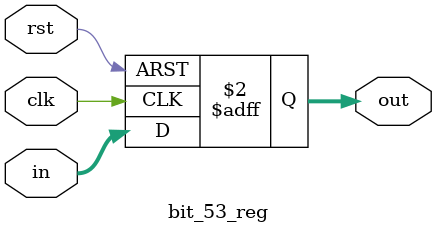
<source format=v>
    module bit_53_reg (in , clk , rst , out);
input [52:0]in;
input clk;
input rst;
output reg [52:0]out;
always@(posedge rst or posedge clk)
begin
    if(rst)
        out <= 53'b 0000_0000_0000_0000_0000_0000_0000_0000_0000_0000_0000_0000_0000_0;
    else
        out <= in;
end
endmodule
    

</source>
